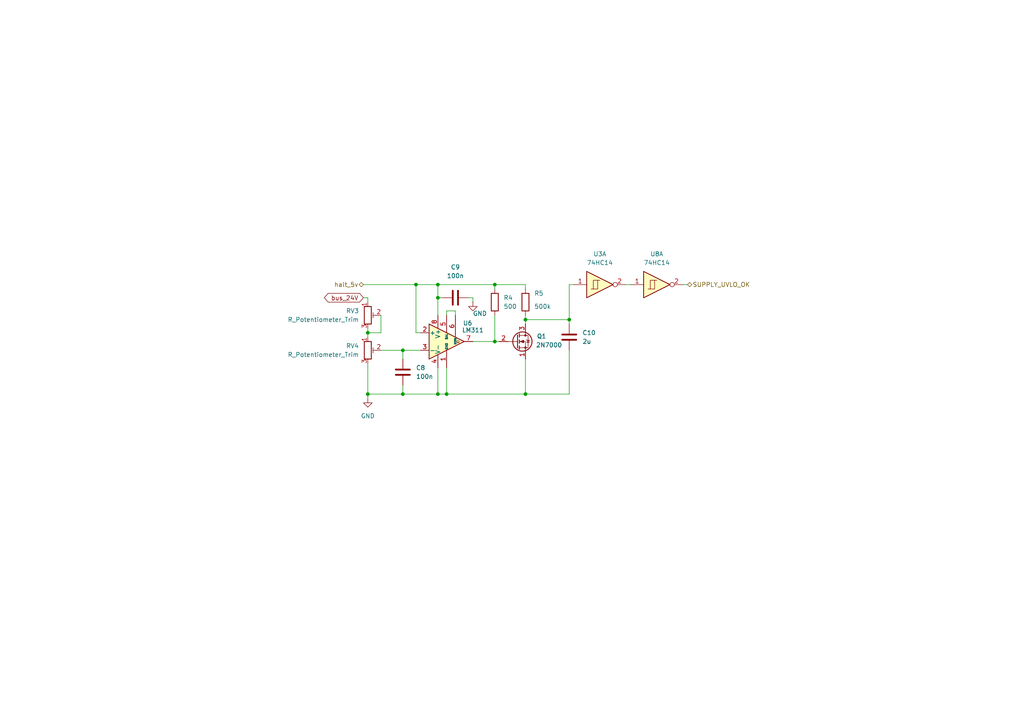
<source format=kicad_sch>
(kicad_sch (version 20250114) (generator "eeschema") (generator_version "9.0")
  (paper "A4")
  (title_block (rev "1.0") (company "Author: 9551 (devvie.cc)"))
  (lib_symbols
    (symbol "74xx:74HC14" (pin_names (offset 1.016))
      (property "Reference" "U" (at 0 1.27 0))
      (property "Value" "74HC14" (at 0 -1.27 0))
      (symbol "74HC14_1_0"
        (polyline (pts (xy -3.81 3.81) (xy -3.81 -3.81) (xy 3.81 0) (xy -3.81 3.81)) (stroke (width 0.254)) (fill (type background)))
        (pin input line (at -7.62 0 0) (length 3.81) (name "~") (number "1"))
        (pin output inverted (at 7.62 0 180) (length 3.81) (name "~") (number "2"))
      )
      (symbol "74HC14_1_1"
        (polyline (pts (xy -2.54 -1.27) (xy -0.635 -1.27) (xy -0.635 1.27) (xy 0 1.27)))
        (polyline (pts (xy -1.905 -1.27) (xy -1.905 1.27) (xy -0.635 1.27)))
      )
      (symbol "74HC14_2_0"
        (polyline (pts (xy -3.81 3.81) (xy -3.81 -3.81) (xy 3.81 0) (xy -3.81 3.81)) (stroke (width 0.254)) (fill (type background)))
        (pin input line (at -7.62 0 0) (length 3.81) (name "~") (number "3"))
        (pin output inverted (at 7.62 0 180) (length 3.81) (name "~") (number "4"))
      )
      (symbol "74HC14_2_1"
        (polyline (pts (xy -2.54 -1.27) (xy -0.635 -1.27) (xy -0.635 1.27) (xy 0 1.27)))
        (polyline (pts (xy -1.905 -1.27) (xy -1.905 1.27) (xy -0.635 1.27)))
      )
      (symbol "74HC14_3_0"
        (polyline (pts (xy -3.81 3.81) (xy -3.81 -3.81) (xy 3.81 0) (xy -3.81 3.81)) (stroke (width 0.254)) (fill (type background)))
        (pin input line (at -7.62 0 0) (length 3.81) (name "~") (number "5"))
        (pin output inverted (at 7.62 0 180) (length 3.81) (name "~") (number "6"))
      )
      (symbol "74HC14_3_1"
        (polyline (pts (xy -2.54 -1.27) (xy -0.635 -1.27) (xy -0.635 1.27) (xy 0 1.27)))
        (polyline (pts (xy -1.905 -1.27) (xy -1.905 1.27) (xy -0.635 1.27)))
      )
      (symbol "74HC14_4_0"
        (polyline (pts (xy -3.81 3.81) (xy -3.81 -3.81) (xy 3.81 0) (xy -3.81 3.81)) (stroke (width 0.254)) (fill (type background)))
        (pin input line (at -7.62 0 0) (length 3.81) (name "~") (number "9"))
        (pin output inverted (at 7.62 0 180) (length 3.81) (name "~") (number "8"))
      )
      (symbol "74HC14_4_1"
        (polyline (pts (xy -2.54 -1.27) (xy -0.635 -1.27) (xy -0.635 1.27) (xy 0 1.27)))
        (polyline (pts (xy -1.905 -1.27) (xy -1.905 1.27) (xy -0.635 1.27)))
      )
      (symbol "74HC14_5_0"
        (polyline (pts (xy -3.81 3.81) (xy -3.81 -3.81) (xy 3.81 0) (xy -3.81 3.81)) (stroke (width 0.254)) (fill (type background)))
        (pin input line (at -7.62 0 0) (length 3.81) (name "~") (number "11"))
        (pin output inverted (at 7.62 0 180) (length 3.81) (name "~") (number "10"))
      )
      (symbol "74HC14_5_1"
        (polyline (pts (xy -2.54 -1.27) (xy -0.635 -1.27) (xy -0.635 1.27) (xy 0 1.27)))
        (polyline (pts (xy -1.905 -1.27) (xy -1.905 1.27) (xy -0.635 1.27)))
      )
      (symbol "74HC14_6_0"
        (polyline (pts (xy -3.81 3.81) (xy -3.81 -3.81) (xy 3.81 0) (xy -3.81 3.81)) (stroke (width 0.254)) (fill (type background)))
        (pin input line (at -7.62 0 0) (length 3.81) (name "~") (number "13"))
        (pin output inverted (at 7.62 0 180) (length 3.81) (name "~") (number "12"))
      )
      (symbol "74HC14_6_1"
        (polyline (pts (xy -2.54 -1.27) (xy -0.635 -1.27) (xy -0.635 1.27) (xy 0 1.27)))
        (polyline (pts (xy -1.905 -1.27) (xy -1.905 1.27) (xy -0.635 1.27)))
      )
      (symbol "74HC14_7_0"
        (pin power_in line (at 0 12.7 270) (length 5.08) (name "VCC") (number "14"))
        (pin power_in line (at 0 -12.7 90) (length 5.08) (name "GND") (number "7"))
      )
      (symbol "74HC14_7_1"
        (rectangle (start -5.08 7.62) (end 5.08 -7.62) (stroke (width 0.254)) (fill (type background)))
      )
    )
    (symbol "Comparator:LM311" (pin_names (offset 0.127))
      (property "Reference" "U" (at 3.81 6.35 0))
      (property "Value" "LM311" (at 3.81 3.81 0))
      (symbol "LM311_0_1"
        (polyline (pts (xy 3.683 -0.381) (xy 3.302 -0.381) (xy 3.683 0) (xy 3.302 0.381) (xy 2.921 0) (xy 3.302 -0.381) (xy 2.921 -0.381)) (stroke (width 0.127)))
        (polyline (pts (xy 5.08 0) (xy -5.08 5.08) (xy -5.08 -5.08) (xy 5.08 0)) (stroke (width 0.254)) (fill (type background)))
      )
      (symbol "LM311_1_1"
        (pin input line (at -7.62 2.54 0) (length 2.54) (name "+") (number "2"))
        (pin input line (at -7.62 -2.54 0) (length 2.54) (name "-") (number "3"))
        (pin power_in line (at -2.54 7.62 270) (length 3.81) (name "V+") (number "8"))
        (pin power_in line (at -2.54 -7.62 90) (length 3.81) (name "V-") (number "4"))
        (pin input line (at 0 7.62 270) (length 5.08) (name "BAL") (number "5"))
        (pin passive line (at 0 -7.62 90) (length 5.08) (name "GND") (number "1"))
        (pin input line (at 2.54 7.62 270) (length 6.35) (name "STRB") (number "6"))
        (pin open_collector line (at 7.62 0 180) (length 2.54) (name "~") (number "7"))
      )
    )
    (symbol "Device:C" (pin_numbers (hide yes)) (pin_names (offset 0.254))
      (property "Reference" "C" (at 0.635 2.54 0))
      (property "Value" "C" (at 0.635 -2.54 0))
      (symbol "C_0_1"
        (polyline (pts (xy -2.032 0.762) (xy 2.032 0.762)) (stroke (width 0.508)))
        (polyline (pts (xy -2.032 -0.762) (xy 2.032 -0.762)) (stroke (width 0.508)))
      )
      (symbol "C_1_1"
        (pin passive line (at 0 3.81 270) (length 2.794) (name "~") (number "1"))
        (pin passive line (at 0 -3.81 90) (length 2.794) (name "~") (number "2"))
      )
    )
    (symbol "Device:R" (pin_numbers (hide yes)) (pin_names (offset 0))
      (property "Reference" "R" (at 2.032 0 90))
      (property "Value" "R" (at 0 0 90))
      (symbol "R_0_1"
        (rectangle (start -1.016 -2.54) (end 1.016 2.54) (stroke (width 0.254)))
      )
      (symbol "R_1_1"
        (pin passive line (at 0 3.81 270) (length 1.27) (name "~") (number "1"))
        (pin passive line (at 0 -3.81 90) (length 1.27) (name "~") (number "2"))
      )
    )
    (symbol "Device:R_Potentiometer_Trim" (pin_names (offset 1.016) (hide yes))
      (property "Reference" "RV" (at -4.445 0 90))
      (property "Value" "R_Potentiometer_Trim" (at -2.54 0 90))
      (symbol "R_Potentiometer_Trim_0_1"
        (rectangle (start 1.016 2.54) (end -1.016 -2.54) (stroke (width 0.254)))
        (polyline (pts (xy 1.524 0.762) (xy 1.524 -0.762)))
        (polyline (pts (xy 2.54 0) (xy 1.524 0)))
      )
      (symbol "R_Potentiometer_Trim_1_1"
        (pin passive line (at 0 3.81 270) (length 1.27) (name "1") (number "1"))
        (pin passive line (at 0 -3.81 90) (length 1.27) (name "3") (number "3"))
        (pin passive line (at 3.81 0 180) (length 1.27) (name "2") (number "2"))
      )
    )
    (symbol "Transistor_FET:2N7000" (pin_names (hide yes))
      (property "Reference" "Q" (at 5.08 1.905 0))
      (property "Value" "2N7000" (at 5.08 0 0))
      (symbol "2N7000_0_1"
        (polyline (pts (xy 0.254 1.905) (xy 0.254 -1.905)) (stroke (width 0.254)))
        (polyline (pts (xy 0.254 0) (xy -2.54 0)))
        (polyline (pts (xy 0.762 2.286) (xy 0.762 1.27)) (stroke (width 0.254)))
        (polyline (pts (xy 0.762 0.508) (xy 0.762 -0.508)) (stroke (width 0.254)))
        (polyline (pts (xy 0.762 -1.27) (xy 0.762 -2.286)) (stroke (width 0.254)))
        (polyline (pts (xy 0.762 -1.778) (xy 3.302 -1.778) (xy 3.302 1.778) (xy 0.762 1.778)))
        (polyline (pts (xy 1.016 0) (xy 2.032 0.381) (xy 2.032 -0.381) (xy 1.016 0)) (fill (type outline)))
        (circle (center 1.651 0) (radius 2.794) (stroke (width 0.254)))
        (polyline (pts (xy 2.54 2.54) (xy 2.54 1.778)))
        (circle (center 2.54 1.778) (radius 0.254) (fill (type outline)))
        (circle (center 2.54 -1.778) (radius 0.254) (fill (type outline)))
        (polyline (pts (xy 2.54 -2.54) (xy 2.54 0) (xy 0.762 0)))
        (polyline (pts (xy 2.794 0.508) (xy 2.921 0.381) (xy 3.683 0.381) (xy 3.81 0.254)))
        (polyline (pts (xy 3.302 0.381) (xy 2.921 -0.254) (xy 3.683 -0.254) (xy 3.302 0.381)))
      )
      (symbol "2N7000_1_1"
        (pin input line (at -5.08 0 0) (length 2.54) (name "G") (number "2"))
        (pin passive line (at 2.54 5.08 270) (length 2.54) (name "D") (number "3"))
        (pin passive line (at 2.54 -5.08 90) (length 2.54) (name "S") (number "1"))
      )
    )
    (symbol "power:GND" (power) (pin_numbers (hide yes)) (pin_names (offset 0) (hide yes))
      (property "Value" "GND" (at 0 -3.81 0))
      (symbol "GND_0_1"
        (polyline (pts (xy 0 0) (xy 0 -1.27) (xy 1.27 -1.27) (xy 0 -2.54) (xy -1.27 -1.27) (xy 0 -1.27)))
      )
      (symbol "GND_1_1"
        (pin power_in line (at 0 0 270) (length 0) (name "~") (number "1"))
      )
    )
  )
  (junction (at 106.68 114.3))
  (junction (at 143.51 99.06))
  (junction (at 143.51 82.55))
  (junction (at 129.54 114.3))
  (junction (at 127 86.36))
  (junction (at 106.68 96.52))
  (junction (at 116.84 114.3))
  (junction (at 127 114.3))
  (junction (at 152.4 114.3))
  (junction (at 152.4 92.71))
  (junction (at 116.84 101.6))
  (junction (at 127 82.55))
  (junction (at 120.65 82.55))
  (junction (at 165.1 92.71))
  (wire (pts (xy 143.51 91.44) (xy 143.51 99.06)))
  (wire (pts (xy 127 82.55) (xy 143.51 82.55)))
  (wire (pts (xy 120.65 82.55) (xy 120.65 96.52)))
  (wire (pts (xy 110.49 101.6) (xy 116.84 101.6)))
  (wire (pts (xy 152.4 92.71) (xy 152.4 93.98)))
  (wire (pts (xy 199.39 82.55) (xy 198.12 82.55)))
  (wire (pts (xy 143.51 82.55) (xy 143.51 83.82)))
  (wire (pts (xy 120.65 96.52) (xy 121.92 96.52)))
  (wire (pts (xy 110.49 96.52) (xy 106.68 96.52)))
  (wire (pts (xy 165.1 82.55) (xy 166.37 82.55)))
  (wire (pts (xy 106.68 86.36) (xy 106.68 87.63)))
  (wire (pts (xy 105.41 82.55) (xy 120.65 82.55)))
  (wire (pts (xy 152.4 114.3) (xy 152.4 104.14)))
  (wire (pts (xy 137.16 99.06) (xy 143.51 99.06)))
  (wire (pts (xy 106.68 95.25) (xy 106.68 96.52)))
  (wire (pts (xy 152.4 92.71) (xy 165.1 92.71)))
  (wire (pts (xy 137.16 86.36) (xy 137.16 87.63)))
  (wire (pts (xy 129.54 90.17) (xy 132.08 90.17)))
  (wire (pts (xy 143.51 82.55) (xy 152.4 82.55)))
  (wire (pts (xy 110.49 91.44) (xy 110.49 96.52)))
  (wire (pts (xy 127 114.3) (xy 127 106.68)))
  (wire (pts (xy 129.54 114.3) (xy 152.4 114.3)))
  (wire (pts (xy 127 86.36) (xy 127 91.44)))
  (wire (pts (xy 127 114.3) (xy 129.54 114.3)))
  (wire (pts (xy 143.51 99.06) (xy 144.78 99.06)))
  (wire (pts (xy 165.1 82.55) (xy 165.1 92.71)))
  (wire (pts (xy 106.68 105.41) (xy 106.68 114.3)))
  (wire (pts (xy 116.84 101.6) (xy 116.84 104.14)))
  (wire (pts (xy 116.84 101.6) (xy 121.92 101.6)))
  (wire (pts (xy 182.88 82.55) (xy 181.61 82.55)))
  (wire (pts (xy 106.68 114.3) (xy 116.84 114.3)))
  (wire (pts (xy 106.68 96.52) (xy 106.68 97.79)))
  (wire (pts (xy 120.65 82.55) (xy 127 82.55)))
  (wire (pts (xy 132.08 90.17) (xy 132.08 91.44)))
  (wire (pts (xy 129.54 90.17) (xy 129.54 91.44)))
  (wire (pts (xy 129.54 114.3) (xy 129.54 106.68)))
  (wire (pts (xy 152.4 91.44) (xy 152.4 92.71)))
  (wire (pts (xy 165.1 101.6) (xy 165.1 114.3)))
  (wire (pts (xy 127 82.55) (xy 127 86.36)))
  (wire (pts (xy 165.1 92.71) (xy 165.1 93.98)))
  (wire (pts (xy 116.84 114.3) (xy 127 114.3)))
  (wire (pts (xy 137.16 86.36) (xy 135.89 86.36)))
  (wire (pts (xy 152.4 114.3) (xy 165.1 114.3)))
  (wire (pts (xy 116.84 111.76) (xy 116.84 114.3)))
  (wire (pts (xy 128.27 86.36) (xy 127 86.36)))
  (wire (pts (xy 106.68 114.3) (xy 106.68 115.57)))
  (wire (pts (xy 152.4 82.55) (xy 152.4 83.82)))
  (wire (pts (xy 105.41 86.36) (xy 106.68 86.36)))
  (global_label "bus_24V" (shape bidirectional) (at 105.41 86.36 180) (property "Intersheetrefs" "${INTERSHEET_REFS}" (effects (hide yes))))
  (hierarchical_label "halt_5v" (shape bidirectional) (at 105.41 82.55 180))
  (hierarchical_label "SUPPLY_UVLO_OK" (shape bidirectional) (at 199.39 82.55 0))
  (symbol (lib_id "Device:R") (at 152.4 87.63 0) (unit 1)
    (property "Reference" "R5" (at 154.94 85.0899 0) (effects (justify left)))
    (property "Value" "500k" (at 154.94 88.8999 0) (effects (justify left)))
    (property "Description" "Resistor" (effects (hide yes)))
  )
  (symbol (lib_id "74xx:74HC14") (at 173.99 82.55 0) (unit 1)
    (property "Reference" "U3" (at 173.99 73.66 0))
    (property "Value" "74HC14" (at 173.99 76.2 0))
    (property "Datasheet" "http://www.ti.com/lit/gpn/sn74HC14" (effects (hide yes)))
    (property "Description" "Hex inverter schmitt trigger" (effects (hide yes)))
  )
  (symbol (lib_id "Device:C") (at 165.1 97.79 0) (unit 1)
    (property "Reference" "C15" (at 168.91 96.5199 0) (effects (justify left)))
    (property "Value" "2u" (at 168.91 99.0599 0) (effects (justify left)))
    (property "Description" "Unpolarized capacitor" (effects (hide yes)))
    (instances (project "base" (path "" (reference "C10") (unit 1))) (project "hardware" (path "" (reference "C15") (unit 1))))
  )
  (symbol (lib_id "Device:R_Potentiometer_Trim") (at 106.68 91.44 0) (unit 1)
    (property "Reference" "RV3" (at 104.14 90.1699 0) (effects (justify right)))
    (property "Value" "R_Potentiometer_Trim" (at 104.14 92.7099 0) (effects (justify right)))
    (property "Description" "Trim-potentiometer" (effects (hide yes)))
  )
  (symbol (lib_id "74xx:74HC14") (at 190.5 82.55 0) (unit 1)
    (property "Reference" "U8" (at 190.5 73.66 0))
    (property "Value" "74HC14" (at 190.5 76.2 0))
    (property "Datasheet" "http://www.ti.com/lit/gpn/sn74HC14" (effects (hide yes)))
    (property "Description" "Hex inverter schmitt trigger" (effects (hide yes)))
  )
  (symbol (lib_id "Device:C") (at 132.08 86.36 90) (unit 1)
    (property "Reference" "C14" (at 132.08 77.47 90))
    (property "Value" "100n" (at 132.08 80.01 90))
    (property "Description" "Unpolarized capacitor" (effects (hide yes)))
    (instances (project "base" (path "" (reference "C9") (unit 1))) (project "hardware" (path "" (reference "C14") (unit 1))))
  )
  (symbol (lib_id "Device:R") (at 143.51 87.63 0) (unit 1)
    (property "Reference" "R4" (at 146.05 86.3599 0) (effects (justify left)))
    (property "Value" "500" (at 146.05 88.8999 0) (effects (justify left)))
    (property "Description" "Resistor" (effects (hide yes)))
  )
  (symbol (lib_id "Device:C") (at 116.84 107.95 0) (unit 1)
    (property "Reference" "C13" (at 120.65 106.6799 0) (effects (justify left)))
    (property "Value" "100n" (at 120.65 109.2199 0) (effects (justify left)))
    (property "Description" "Unpolarized capacitor" (effects (hide yes)))
    (instances (project "base" (path "" (reference "C8") (unit 1))) (project "hardware" (path "" (reference "C13") (unit 1))))
  )
  (symbol (lib_id "power:GND") (at 106.68 115.57 0) (unit 1)
    (property "Reference" "#PWR017" (effects (hide yes)))
    (property "Value" "GND" (at 106.68 120.65 0))
    (property "Description" "Power symbol creates a global label with name \"GND\" , ground" (effects (hide yes)))
    (instances (project "base" (path "" (reference "#PWR08") (unit 1))) (project "hardware" (path "" (reference "#PWR017") (unit 1))))
  )
  (symbol (lib_id "Device:R_Potentiometer_Trim") (at 106.68 101.6 0) (unit 1)
    (property "Reference" "RV4" (at 104.14 100.3299 0) (effects (justify right)))
    (property "Value" "R_Potentiometer_Trim" (at 104.14 102.8699 0) (effects (justify right)))
    (property "Description" "Trim-potentiometer" (effects (hide yes)))
  )
  (symbol (lib_id "Comparator:LM311") (at 129.54 99.06 0) (unit 1)
    (property "Reference" "U7" (at 135.636 93.726 0))
    (property "Value" "LM311" (at 137.16 95.758 0))
    (property "Datasheet" "https://www.st.com/resource/en/datasheet/lm311.pdf" (effects (hide yes)))
    (property "Description" "Voltage Comparator, DIP-8/SOIC-8" (effects (hide yes)))
    (instances (project "base" (path "" (reference "U6") (unit 1))) (project "hardware" (path "" (reference "U7") (unit 1))))
  )
  (symbol (lib_id "power:GND") (at 137.16 87.63 0) (unit 1)
    (property "Reference" "#PWR018" (effects (hide yes)))
    (property "Value" "GND" (at 139.192 90.932 0))
    (property "Description" "Power symbol creates a global label with name \"GND\" , ground" (effects (hide yes)))
    (instances (project "base" (path "" (reference "#PWR09") (unit 1))) (project "hardware" (path "" (reference "#PWR018") (unit 1))))
  )
  (symbol (lib_id "Transistor_FET:2N7000") (at 149.86 99.06 0) (unit 1)
    (property "Reference" "Q1" (at 155.702 97.536 0) (effects (justify left)))
    (property "Value" "2N7000" (at 155.448 100.076 0) (effects (justify left)))
    (property "Footprint" "Package_TO_SOT_THT:TO-92_Inline" (effects (hide yes)))
    (property "Datasheet" "https://www.vishay.com/docs/70226/70226.pdf" (effects (hide yes)))
    (property "Description" "0.2A Id, 200V Vds, N-Channel MOSFET, 2.6V Logic Level, TO-92" (effects (hide yes)))
  )
)
</source>
